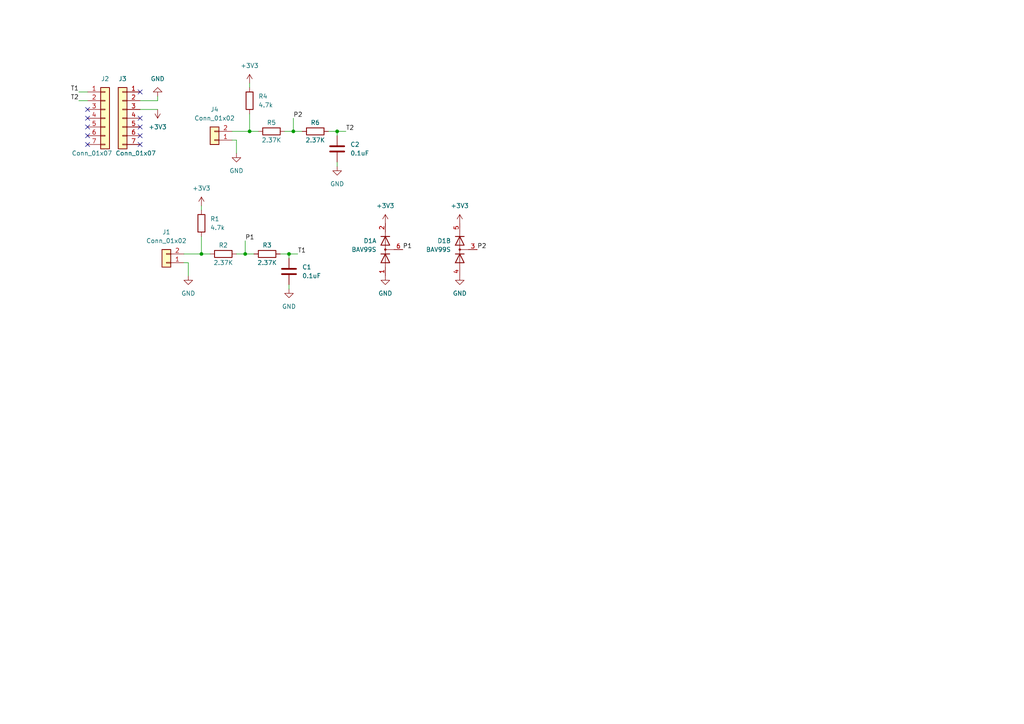
<source format=kicad_sch>
(kicad_sch (version 20211123) (generator eeschema)
  (paper "A4")
  (lib_symbols
    (symbol "Connector_Generic:Conn_01x02" (pin_names (offset 1.016) hide)
      (property "Reference" "J" (at 0 2.54 0))
      (property "Value" "Conn_01x02" (at 0 -5.08 0))
      (symbol "Conn_01x02_1_1"
        (rectangle (start -1.27 -2.413) (end 0 -2.667) (stroke (width 0.1524)))
        (rectangle (start -1.27 0.127) (end 0 -0.127) (stroke (width 0.1524)))
        (rectangle (start -1.27 1.27) (end 1.27 -3.81) (stroke (width 0.254)) (fill (type background)))
        (pin passive line (at -5.08 0 0) (length 3.81) (name "Pin_1") (number "1"))
        (pin passive line (at -5.08 -2.54 0) (length 3.81) (name "Pin_2") (number "2"))
      )
    )
    (symbol "Connector_Generic:Conn_01x07" (pin_names (offset 1.016) hide)
      (property "Reference" "J" (at 0 10.16 0))
      (property "Value" "Conn_01x07" (at 0 -10.16 0))
      (symbol "Conn_01x07_1_1"
        (rectangle (start -1.27 -7.493) (end 0 -7.747) (stroke (width 0.1524)))
        (rectangle (start -1.27 -4.953) (end 0 -5.207) (stroke (width 0.1524)))
        (rectangle (start -1.27 -2.413) (end 0 -2.667) (stroke (width 0.1524)))
        (rectangle (start -1.27 0.127) (end 0 -0.127) (stroke (width 0.1524)))
        (rectangle (start -1.27 2.667) (end 0 2.413) (stroke (width 0.1524)))
        (rectangle (start -1.27 5.207) (end 0 4.953) (stroke (width 0.1524)))
        (rectangle (start -1.27 7.747) (end 0 7.493) (stroke (width 0.1524)))
        (rectangle (start -1.27 8.89) (end 1.27 -8.89) (stroke (width 0.254)) (fill (type background)))
        (pin passive line (at -5.08 7.62 0) (length 3.81) (name "Pin_1") (number "1"))
        (pin passive line (at -5.08 5.08 0) (length 3.81) (name "Pin_2") (number "2"))
        (pin passive line (at -5.08 2.54 0) (length 3.81) (name "Pin_3") (number "3"))
        (pin passive line (at -5.08 0 0) (length 3.81) (name "Pin_4") (number "4"))
        (pin passive line (at -5.08 -2.54 0) (length 3.81) (name "Pin_5") (number "5"))
        (pin passive line (at -5.08 -5.08 0) (length 3.81) (name "Pin_6") (number "6"))
        (pin passive line (at -5.08 -7.62 0) (length 3.81) (name "Pin_7") (number "7"))
      )
    )
    (symbol "Device:C" (pin_numbers hide) (pin_names (offset 0.254))
      (property "Reference" "C" (at 0.635 2.54 0))
      (property "Value" "C" (at 0.635 -2.54 0))
      (symbol "C_0_1"
        (polyline (pts (xy -2.032 -0.762) (xy 2.032 -0.762)) (stroke (width 0.508)))
        (polyline (pts (xy -2.032 0.762) (xy 2.032 0.762)) (stroke (width 0.508)))
      )
      (symbol "C_1_1"
        (pin passive line (at 0 3.81 270) (length 2.794) (name "~") (number "1"))
        (pin passive line (at 0 -3.81 90) (length 2.794) (name "~") (number "2"))
      )
    )
    (symbol "Device:R" (pin_numbers hide) (pin_names (offset 0))
      (property "Reference" "R" (at 2.032 0 90))
      (property "Value" "R" (at 0 0 90))
      (symbol "R_0_1"
        (rectangle (start -1.016 -2.54) (end 1.016 2.54) (stroke (width 0.254)))
      )
      (symbol "R_1_1"
        (pin passive line (at 0 3.81 270) (length 1.27) (name "~") (number "1"))
        (pin passive line (at 0 -3.81 90) (length 1.27) (name "~") (number "2"))
      )
    )
    (symbol "Diode:BAV99S" (pin_names (offset 0.0254) hide)
      (property "Reference" "D" (at 0 2.54 0))
      (property "Value" "BAV99S" (at 0 5.08 0))
      (symbol "BAV99S_0_1"
        (polyline (pts (xy -5.08 0) (xy 5.08 0)))
        (polyline (pts (xy 0 0) (xy 0 -2.54)))
        (polyline (pts (xy -1.27 -1.27) (xy -1.27 1.27) (xy -1.27 1.27)) (stroke (width 0.254)))
        (polyline (pts (xy 3.81 1.27) (xy 3.81 -1.27) (xy 3.81 -1.27)) (stroke (width 0.254)))
        (polyline (pts (xy -3.81 1.27) (xy -1.27 0) (xy -3.81 -1.27) (xy -3.81 1.27) (xy -3.81 1.27) (xy -3.81 1.27)) (stroke (width 0.254)))
        (polyline (pts (xy 1.27 1.27) (xy 3.81 0) (xy 1.27 -1.27) (xy 1.27 1.27) (xy 1.27 1.27) (xy 1.27 1.27)) (stroke (width 0.254)))
        (circle (center 0 0) (radius 0.254) (fill (type outline)))
      )
      (symbol "BAV99S_1_1"
        (polyline (pts (xy 6.35 0) (xy 7.62 0)))
        (pin passive line (at -7.62 0 0) (length 2.54) (name "A1") (number "1"))
        (pin passive line (at 7.62 0 180) (length 2.54) (name "K2") (number "2"))
        (pin passive line (at 0 -5.08 90) (length 2.54) (name "K3A4") (number "6"))
      )
      (symbol "BAV99S_2_1"
        (polyline (pts (xy 6.35 0) (xy 7.62 0)))
        (pin passive line (at 0 -5.08 90) (length 2.54) (name "K1A2") (number "3"))
        (pin passive line (at -7.62 0 0) (length 2.54) (name "A3") (number "4"))
        (pin passive line (at 7.62 0 180) (length 2.54) (name "K4") (number "5"))
      )
    )
    (symbol "power:+3V3" (power) (pin_names (offset 0))
      (property "Value" "+3V3" (at 0 3.556 0))
      (symbol "+3V3_0_1"
        (polyline (pts (xy -0.762 1.27) (xy 0 2.54)))
        (polyline (pts (xy 0 0) (xy 0 2.54)))
        (polyline (pts (xy 0 2.54) (xy 0.762 1.27)))
      )
      (symbol "+3V3_1_1"
        (pin power_in line (at 0 0 90) (length 0) hide (name "+3V3") (number "1"))
      )
    )
    (symbol "power:GND" (power) (pin_names (offset 0))
      (property "Value" "GND" (at 0 -3.81 0))
      (symbol "GND_0_1"
        (polyline (pts (xy 0 0) (xy 0 -1.27) (xy 1.27 -1.27) (xy 0 -2.54) (xy -1.27 -1.27) (xy 0 -1.27)))
      )
      (symbol "GND_1_1"
        (pin power_in line (at 0 0 270) (length 0) hide (name "GND") (number "1"))
      )
    )
  )
  (junction (at 83.82 73.66))
  (junction (at 72.39 38.1))
  (junction (at 97.79 38.1))
  (junction (at 85.09 38.1))
  (junction (at 58.42 73.66))
  (junction (at 71.12 73.66))
  (no_connect (at 40.64 26.67))
  (no_connect (at 40.64 41.91))
  (no_connect (at 40.64 39.37))
  (no_connect (at 40.64 36.83))
  (no_connect (at 25.4 31.75))
  (no_connect (at 25.4 34.29))
  (no_connect (at 40.64 34.29))
  (no_connect (at 25.4 36.83))
  (no_connect (at 25.4 39.37))
  (no_connect (at 25.4 41.91))
  (wire (pts (xy 83.82 82.55) (xy 83.82 83.82)))
  (wire (pts (xy 82.55 38.1) (xy 85.09 38.1)))
  (wire (pts (xy 68.58 44.45) (xy 68.58 40.64)))
  (wire (pts (xy 54.61 76.2) (xy 53.34 76.2)))
  (wire (pts (xy 85.09 38.1) (xy 87.63 38.1)))
  (wire (pts (xy 97.79 46.99) (xy 97.79 48.26)))
  (wire (pts (xy 22.86 26.67) (xy 25.4 26.67)))
  (wire (pts (xy 72.39 24.13) (xy 72.39 25.4)))
  (wire (pts (xy 83.82 73.66) (xy 83.82 74.93)))
  (wire (pts (xy 83.82 73.66) (xy 86.36 73.66)))
  (wire (pts (xy 72.39 38.1) (xy 74.93 38.1)))
  (wire (pts (xy 95.25 38.1) (xy 97.79 38.1)))
  (wire (pts (xy 45.72 29.21) (xy 45.72 27.94)))
  (wire (pts (xy 58.42 59.69) (xy 58.42 60.96)))
  (wire (pts (xy 40.64 29.21) (xy 45.72 29.21)))
  (wire (pts (xy 58.42 73.66) (xy 60.96 73.66)))
  (wire (pts (xy 67.31 38.1) (xy 72.39 38.1)))
  (wire (pts (xy 85.09 34.29) (xy 85.09 38.1)))
  (wire (pts (xy 97.79 38.1) (xy 100.33 38.1)))
  (wire (pts (xy 22.86 29.21) (xy 25.4 29.21)))
  (wire (pts (xy 71.12 69.85) (xy 71.12 73.66)))
  (wire (pts (xy 53.34 73.66) (xy 58.42 73.66)))
  (wire (pts (xy 58.42 73.66) (xy 58.42 68.58)))
  (wire (pts (xy 97.79 38.1) (xy 97.79 39.37)))
  (wire (pts (xy 68.58 73.66) (xy 71.12 73.66)))
  (wire (pts (xy 72.39 38.1) (xy 72.39 33.02)))
  (wire (pts (xy 54.61 80.01) (xy 54.61 76.2)))
  (wire (pts (xy 81.28 73.66) (xy 83.82 73.66)))
  (wire (pts (xy 68.58 40.64) (xy 67.31 40.64)))
  (wire (pts (xy 40.64 31.75) (xy 45.72 31.75)))
  (wire (pts (xy 71.12 73.66) (xy 73.66 73.66)))
  (label "P2" (at 85.09 34.29 0))
  (label "T2" (at 22.86 29.21 180))
  (label "T1" (at 22.86 26.67 180))
  (label "T1" (at 86.36 73.66 0))
  (label "P1" (at 116.84 72.39 0))
  (label "P2" (at 138.43 72.39 0))
  (label "T2" (at 100.33 38.1 0))
  (label "P1" (at 71.12 69.85 0))
  (symbol (lib_id "power:GND") (at 97.79 48.26 0) (unit 1)
    (property "Reference" "#PWR0103" (effects hide))
    (property "Value" "GND" (at 97.79 53.34 0))
  )
  (symbol (lib_id "Connector_Generic:Conn_01x07") (at 30.48 34.29 0) (unit 1)
    (property "Reference" "J2" (at 30.48 22.86 0))
    (property "Value" "Conn_01x07" (at 26.67 44.45 0))
    (property "Footprint" "Connector_PinHeader_2.54mm:PinHeader_1x07_P2.54mm_Vertical" (effects hide))
  )
  (symbol (lib_id "Connector_Generic:Conn_01x02") (at 48.26 76.2 180) (unit 1)
    (property "Reference" "J1" (at 48.26 67.31 0))
    (property "Value" "Conn_01x02" (at 48.26 69.85 0))
    (property "Footprint" "Connector_JST:JST_XH_B2B-XH-A_1x02_P2.50mm_Vertical" (effects hide))
  )
  (symbol (lib_id "Connector_Generic:Conn_01x07") (at 35.56 34.29 0) (mirror y) (unit 1)
    (property "Reference" "J3" (at 35.56 22.86 0))
    (property "Value" "Conn_01x07" (at 39.37 44.45 0))
    (property "Footprint" "Connector_PinHeader_2.54mm:PinHeader_1x07_P2.54mm_Vertical" (effects hide))
  )
  (symbol (lib_id "Device:R") (at 91.44 38.1 90) (unit 1)
    (property "Reference" "R6" (at 91.44 35.56 90))
    (property "Value" "2.37K" (at 91.44 40.64 90))
    (property "Footprint" "Resistor_SMD:R_0805_2012Metric" (effects hide))
  )
  (symbol (lib_id "power:GND") (at 111.76 80.01 0) (unit 1)
    (property "Reference" "#PWR07" (effects hide))
    (property "Value" "GND" (at 111.76 85.09 0))
  )
  (symbol (lib_id "power:+3V3") (at 58.42 59.69 0) (unit 1)
    (property "Reference" "#PWR02" (effects hide))
    (property "Value" "+3V3" (at 58.42 54.61 0))
  )
  (symbol (lib_id "power:GND") (at 133.35 80.01 0) (unit 1)
    (property "Reference" "#PWR0104" (effects hide))
    (property "Value" "GND" (at 133.35 85.09 0))
  )
  (symbol (lib_id "power:GND") (at 68.58 44.45 0) (unit 1)
    (property "Reference" "#PWR0102" (effects hide))
    (property "Value" "GND" (at 68.58 49.53 0))
  )
  (symbol (lib_id "Diode:BAV99S") (at 133.35 72.39 90) (unit 2)
    (property "Reference" "D1" (at 130.81 69.8499 90) (effects (justify left)))
    (property "Value" "BAV99S" (at 130.81 72.3899 90) (effects (justify left)))
    (property "Footprint" "Package_TO_SOT_SMD:SOT-363_SC-70-6" (effects hide))
    (property "Datasheet" "https://assets.nexperia.com/documents/data-sheet/BAV99_SER.pdf" (effects hide))
  )
  (symbol (lib_id "Device:R") (at 78.74 38.1 90) (unit 1)
    (property "Reference" "R5" (at 78.74 35.56 90))
    (property "Value" "2.37K" (at 78.74 40.64 90))
    (property "Footprint" "Resistor_SMD:R_0805_2012Metric" (effects hide))
  )
  (symbol (lib_id "power:+3V3") (at 111.76 64.77 0) (unit 1)
    (property "Reference" "#PWR06" (effects hide))
    (property "Value" "+3V3" (at 111.76 59.69 0))
  )
  (symbol (lib_id "Device:C") (at 83.82 78.74 0) (unit 1)
    (property "Reference" "C1" (at 87.63 77.4699 0) (effects (justify left)))
    (property "Value" "0.1uF" (at 87.63 80.0099 0) (effects (justify left)))
    (property "Footprint" "Capacitor_SMD:C_0805_2012Metric" (effects hide))
  )
  (symbol (lib_id "Device:C") (at 97.79 43.18 0) (unit 1)
    (property "Reference" "C2" (at 101.6 41.9099 0) (effects (justify left)))
    (property "Value" "0.1uF" (at 101.6 44.4499 0) (effects (justify left)))
    (property "Footprint" "Capacitor_SMD:C_0805_2012Metric" (effects hide))
  )
  (symbol (lib_id "Connector_Generic:Conn_01x02") (at 62.23 40.64 180) (unit 1)
    (property "Reference" "J4" (at 62.23 31.75 0))
    (property "Value" "Conn_01x02" (at 62.23 34.29 0))
    (property "Footprint" "Connector_JST:JST_XH_B2B-XH-A_1x02_P2.50mm_Vertical" (effects hide))
  )
  (symbol (lib_id "power:+3V3") (at 72.39 24.13 0) (unit 1)
    (property "Reference" "#PWR0101" (effects hide))
    (property "Value" "+3V3" (at 72.39 19.05 0))
  )
  (symbol (lib_id "power:GND") (at 54.61 80.01 0) (unit 1)
    (property "Reference" "#PWR01" (effects hide))
    (property "Value" "GND" (at 54.61 85.09 0))
  )
  (symbol (lib_id "Diode:BAV99S") (at 111.76 72.39 90) (unit 1)
    (property "Reference" "D1" (at 109.22 69.8499 90) (effects (justify left)))
    (property "Value" "BAV99S" (at 109.22 72.3899 90) (effects (justify left)))
    (property "Footprint" "Package_TO_SOT_SMD:SOT-363_SC-70-6" (effects hide))
    (property "Datasheet" "https://assets.nexperia.com/documents/data-sheet/BAV99_SER.pdf" (effects hide))
  )
  (symbol (lib_id "power:+3V3") (at 133.35 64.77 0) (unit 1)
    (property "Reference" "#PWR0105" (effects hide))
    (property "Value" "+3V3" (at 133.35 59.69 0))
  )
  (symbol (lib_id "Device:R") (at 72.39 29.21 180) (unit 1)
    (property "Reference" "R4" (at 74.93 27.9399 0) (effects (justify right)))
    (property "Value" "4.7k" (at 74.93 30.4799 0) (effects (justify right)))
    (property "Footprint" "Resistor_SMD:R_0805_2012Metric" (effects hide))
  )
  (symbol (lib_id "Device:R") (at 64.77 73.66 90) (unit 1)
    (property "Reference" "R2" (at 64.77 71.12 90))
    (property "Value" "2.37K" (at 64.77 76.2 90))
    (property "Footprint" "Resistor_SMD:R_0805_2012Metric" (effects hide))
  )
  (symbol (lib_id "Device:R") (at 77.47 73.66 90) (unit 1)
    (property "Reference" "R3" (at 77.47 71.12 90))
    (property "Value" "2.37K" (at 77.47 76.2 90))
    (property "Footprint" "Resistor_SMD:R_0805_2012Metric" (effects hide))
  )
  (symbol (lib_id "power:+3V3") (at 45.72 31.75 180) (unit 1)
    (property "Reference" "#PWR05" (effects hide))
    (property "Value" "+3V3" (at 45.72 36.83 0))
  )
  (symbol (lib_id "power:GND") (at 45.72 27.94 180) (unit 1)
    (property "Reference" "#PWR04" (effects hide))
    (property "Value" "GND" (at 45.72 22.86 0))
  )
  (symbol (lib_id "Device:R") (at 58.42 64.77 180) (unit 1)
    (property "Reference" "R1" (at 60.96 63.4999 0) (effects (justify right)))
    (property "Value" "4.7k" (at 60.96 66.0399 0) (effects (justify right)))
    (property "Footprint" "Resistor_SMD:R_0805_2012Metric" (effects hide))
  )
  (symbol (lib_id "power:GND") (at 83.82 83.82 0) (unit 1)
    (property "Reference" "#PWR03" (effects hide))
    (property "Value" "GND" (at 83.82 88.9 0))
  )
)
</source>
